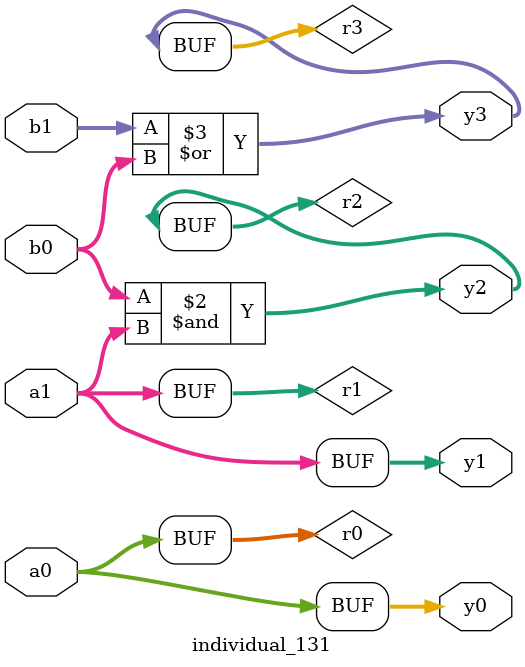
<source format=sv>
module individual_131(input logic [15:0] a1, input logic [15:0] a0, input logic [15:0] b1, input logic [15:0] b0, output logic [15:0] y3, output logic [15:0] y2, output logic [15:0] y1, output logic [15:0] y0);
logic [15:0] r0, r1, r2, r3; 
 always@(*) begin 
	 r0 = a0; r1 = a1; r2 = b0; r3 = b1; 
 	 r2  &=  a1 ;
 	 r3  |=  b0 ;
 	 y3 = r3; y2 = r2; y1 = r1; y0 = r0; 
end
endmodule
</source>
